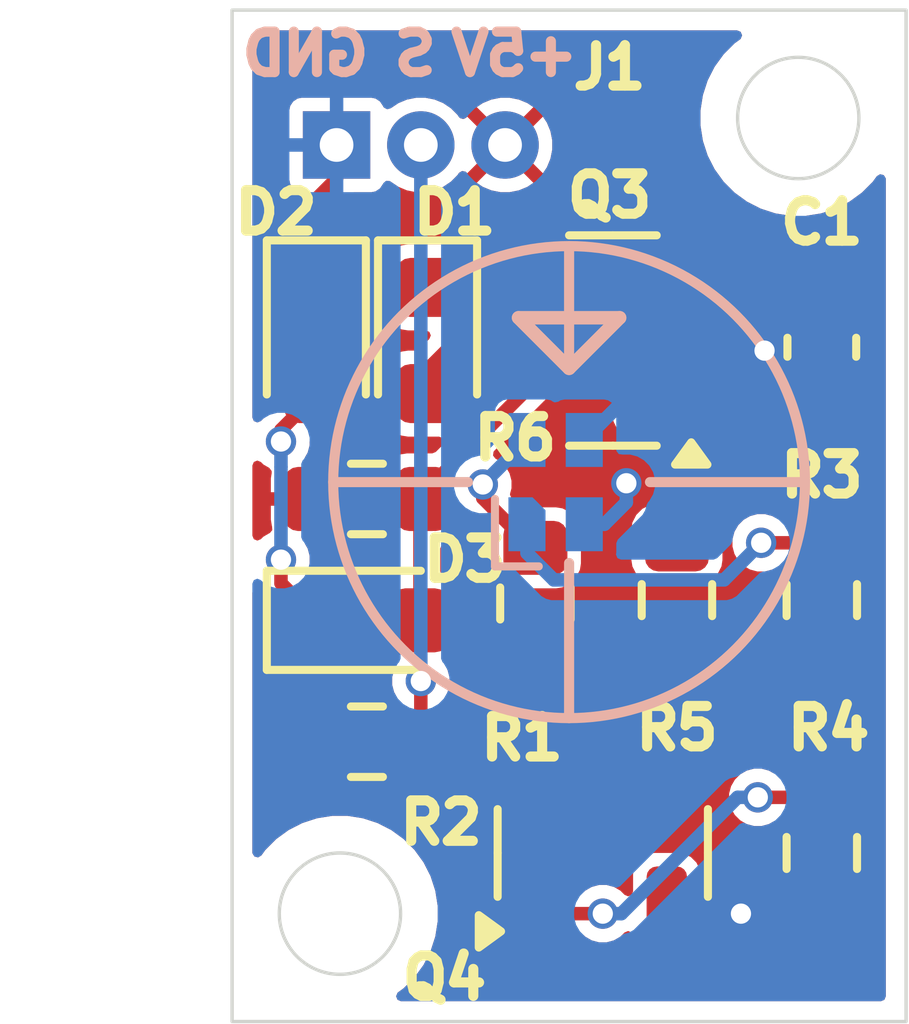
<source format=kicad_pcb>
(kicad_pcb (version 20241229) (generator "pcbnew") (generator_version "9.0")
  (title_block (title "MLFR_Sensor") (company "www.prototypefive.com") (comment 1 "CERN-OHL-S-2.0"))
  (layers (0 "F.Cu" signal) (2 "B.Cu" signal) (13 "F.Paste" user) (15 "B.Paste" user) (5 "F.SilkS" user "F.Silkscreen") (7 "B.SilkS" user "B.Silkscreen") (1 "F.Mask" user) (3 "B.Mask" user) (25 "Edge.Cuts" user))
  (net 0 "")
  (net 1 "+5V")
  (net 2 "Net-(D1-A)")
  (net 3 "OUT")
  (net 4 "GND")
  (net 5 "Net-(Q3-B)")
  (net 6 "Net-(D2-A)")
  (net 7 "Net-(Q4-B)")
  (net 8 "EMIT")
  (net 9 "Net-(D3-A)")
  (net 10 "Net-(VCNT1-VCSEL_A)")
  (footprint "Resistor_SMD:R_0603_1608Metric" (layer "F.Cu") (at 65 92.25)
    (property "Reference" "R6" (at 2.2 -0.9 180) (layer "F.SilkS") (effects (font (size 0.6 0.6) (thickness 0.15) (bold yes))))
    (property "Value" "330")
    (fp_line (start -0.237258 -0.5225) (end 0.237258 -0.5225) (stroke (width 0.12)) (layer "F.SilkS"))
    (fp_line (start -0.237258 0.5225) (end 0.237258 0.5225) (stroke (width 0.12)) (layer "F.SilkS"))
    (pad "1" smd roundrect (at -0.825 0) (size 0.8 0.95) (layers "F.Cu" "F.Mask" "F.Paste") (net 1 "+5V"))
    (pad "2" smd roundrect (at 0.825 0) (size 0.8 0.95) (layers "F.Cu" "F.Mask" "F.Paste") (net 9 "Net-(D3-A)"))
  )
  (footprint "Resistor_SMD:R_0603_1608Metric" (layer "F.Cu") (at 65 95.85)
    (property "Reference" "R2" (at 1.1 1.2 180) (layer "F.SilkS") (effects (font (size 0.6 0.6) (thickness 0.15) (bold yes))))
    (property "Value" "1k")
    (fp_line (start -0.237258 -0.5225) (end 0.237258 -0.5225) (stroke (width 0.12)) (layer "F.SilkS"))
    (fp_line (start -0.237258 0.5225) (end 0.237258 0.5225) (stroke (width 0.12)) (layer "F.SilkS"))
    (pad "1" smd roundrect (at -0.825 0) (size 0.8 0.95) (layers "F.Cu" "F.Mask" "F.Paste") (net 1 "+5V"))
    (pad "2" smd roundrect (at 0.825 0) (size 0.8 0.95) (layers "F.Cu" "F.Mask" "F.Paste") (net 3 "OUT"))
  )
  (footprint "Resistor_SMD:R_0603_1608Metric" (layer "F.Cu") (at 71.75 97.5 -90)
    (property "Reference" "R4" (at -1.85 -0.1 180) (layer "F.SilkS") (effects (font (size 0.6 0.6) (thickness 0.15) (bold yes))))
    (property "Value" "4.7k")
    (fp_line (start -0.237258 0.5225) (end 0.237258 0.5225) (stroke (width 0.12)) (layer "F.SilkS"))
    (fp_line (start -0.237258 -0.5225) (end 0.237258 -0.5225) (stroke (width 0.12)) (layer "F.SilkS"))
    (pad "1" smd roundrect (at -0.825 0 270) (size 0.8 0.95) (layers "F.Cu" "F.Mask" "F.Paste") (net 7 "Net-(Q4-B)"))
    (pad "2" smd roundrect (at 0.825 0 270) (size 0.8 0.95) (layers "F.Cu" "F.Mask" "F.Paste") (net 4 "GND"))
  )
  (footprint "Package_TO_SOT_SMD:SOT-23" (layer "F.Cu") (at 68.5 97.5 90)
    (property "Reference" "Q4" (at -1.85 -2.35 0) (layer "F.SilkS") (effects (font (size 0.6 0.6) (thickness 0.15) (bold yes))))
    (property "Value" "BC847")
    (fp_line (start 0 -1.56) (end 0.65 -1.56) (stroke (width 0.12)) (layer "F.SilkS"))
    (fp_line (start 0 -1.56) (end -0.65 -1.56) (stroke (width 0.12)) (layer "F.SilkS"))
    (fp_line (start 0 1.56) (end 0.65 1.56) (stroke (width 0.12)) (layer "F.SilkS"))
    (fp_line (start 0 1.56) (end -0.65 1.56) (stroke (width 0.12)) (layer "F.SilkS"))
    (fp_poly (pts (xy -1.1625 -1.51) (xy -1.4025 -1.84) (xy -0.9225 -1.84)) (stroke (width 0.12)) (fill yes) (layer "F.SilkS"))
    (pad "1" smd roundrect (at -0.9375 -0.95 90) (size 1.475 0.6) (layers "F.Cu" "F.Mask" "F.Paste") (net 7 "Net-(Q4-B)"))
    (pad "2" smd roundrect (at -0.9375 0.95 90) (size 1.475 0.6) (layers "F.Cu" "F.Mask" "F.Paste") (net 4 "GND"))
    (pad "3" smd roundrect (at 0.9375 0 90) (size 1.475 0.6) (layers "F.Cu" "F.Mask" "F.Paste") (net 3 "OUT"))
  )
  (footprint "LED_SMD:LED_0603_1608Metric" (layer "F.Cu") (at 65.9 89.9 -90)
    (property "Reference" "D1" (at -1.9 -0.4 180) (layer "F.SilkS") (effects (font (size 0.6 0.6) (thickness 0.15) (bold yes))))
    (property "Value" "LED_R")
    (fp_line (start -1.485 0.735) (end 0.8 0.735) (stroke (width 0.12)) (layer "F.SilkS"))
    (fp_line (start -1.485 -0.735) (end -1.485 0.735) (stroke (width 0.12)) (layer "F.SilkS"))
    (fp_line (start 0.8 -0.735) (end -1.485 -0.735) (stroke (width 0.12)) (layer "F.SilkS"))
    (pad "1" smd roundrect (at -0.7875 0 270) (size 0.875 0.95) (layers "F.Cu" "F.Mask" "F.Paste") (net 4 "GND"))
    (pad "2" smd roundrect (at 0.7875 0 270) (size 0.875 0.95) (layers "F.Cu" "F.Mask" "F.Paste") (net 2 "Net-(D1-A)"))
  )
  (footprint "Resistor_SMD:R_0603_1608Metric" (layer "F.Cu") (at 67.5 93.8 -90)
    (property "Reference" "R1" (at 2 0.2 180) (layer "F.SilkS") (effects (font (size 0.6 0.6) (thickness 0.15) (bold yes))))
    (property "Value" "560")
    (fp_line (start -0.237258 0.5225) (end 0.237258 0.5225) (stroke (width 0.12)) (layer "F.SilkS"))
    (fp_line (start -0.237258 -0.5225) (end 0.237258 -0.5225) (stroke (width 0.12)) (layer "F.SilkS"))
    (pad "1" smd roundrect (at -0.825 0 270) (size 0.8 0.95) (layers "F.Cu" "F.Mask" "F.Paste") (net 10 "Net-(VCNT1-VCSEL_A)"))
    (pad "2" smd roundrect (at 0.825 0 270) (size 0.8 0.95) (layers "F.Cu" "F.Mask" "F.Paste") (net 1 "+5V"))
  )
  (footprint "Diode_SMD:D_0603_1608Metric" (layer "F.Cu") (at 65 94.05)
    (property "Reference" "D3" (at 1.45 -0.9 0) (layer "F.SilkS") (effects (font (size 0.6 0.6) (thickness 0.15) (bold yes))))
    (property "Value" "TS4148")
    (fp_line (start -1.485 -0.735) (end -1.485 0.735) (stroke (width 0.12)) (layer "F.SilkS"))
    (fp_line (start -1.485 0.735) (end 0.8 0.735) (stroke (width 0.12)) (layer "F.SilkS"))
    (fp_line (start 0.8 -0.735) (end -1.485 -0.735) (stroke (width 0.12)) (layer "F.SilkS"))
    (pad "1" smd roundrect (at -0.7875 0) (size 0.875 0.95) (layers "F.Cu" "F.Mask" "F.Paste") (net 6 "Net-(D2-A)"))
    (pad "2" smd roundrect (at 0.7875 0) (size 0.875 0.95) (layers "F.Cu" "F.Mask" "F.Paste") (net 9 "Net-(D3-A)"))
  )
  (footprint "Resistor_SMD:R_0603_1608Metric" (layer "F.Cu") (at 71.75 93.75 -90)
    (property "Reference" "R3" (at -1.85 0 180) (layer "F.SilkS") (effects (font (size 0.6 0.6) (thickness 0.15) (bold yes))))
    (property "Value" "10k")
    (fp_line (start -0.237258 0.5225) (end 0.237258 0.5225) (stroke (width 0.12)) (layer "F.SilkS"))
    (fp_line (start -0.237258 -0.5225) (end 0.237258 -0.5225) (stroke (width 0.12)) (layer "F.SilkS"))
    (pad "1" smd roundrect (at -0.825 0 270) (size 0.8 0.95) (layers "F.Cu" "F.Mask" "F.Paste") (net 8 "EMIT"))
    (pad "2" smd roundrect (at 0.825 0 270) (size 0.8 0.95) (layers "F.Cu" "F.Mask" "F.Paste") (net 7 "Net-(Q4-B)"))
  )
  (footprint "Package_TO_SOT_SMD:SOT-23" (layer "F.Cu") (at 68.65 89.9 180)
    (property "Reference" "Q3" (at 0.05 2.15 180) (layer "F.SilkS") (effects (font (size 0.6 0.6) (thickness 0.15) (bold yes))))
    (property "Value" "BC847")
    (fp_line (start 0 1.56) (end 0.65 1.56) (stroke (width 0.12)) (layer "F.SilkS"))
    (fp_line (start 0 1.56) (end -0.65 1.56) (stroke (width 0.12)) (layer "F.SilkS"))
    (fp_line (start 0 -1.56) (end 0.65 -1.56) (stroke (width 0.12)) (layer "F.SilkS"))
    (fp_line (start 0 -1.56) (end -0.65 -1.56) (stroke (width 0.12)) (layer "F.SilkS"))
    (fp_poly (pts (xy -1.1625 -1.51) (xy -1.4025 -1.84) (xy -0.9225 -1.84)) (stroke (width 0.12)) (fill yes) (layer "F.SilkS"))
    (pad "1" smd roundrect (at -0.9375 -0.95 180) (size 1.475 0.6) (layers "F.Cu" "F.Mask" "F.Paste") (net 5 "Net-(Q3-B)"))
    (pad "2" smd roundrect (at -0.9375 0.95 180) (size 1.475 0.6) (layers "F.Cu" "F.Mask" "F.Paste") (net 2 "Net-(D1-A)"))
    (pad "3" smd roundrect (at 0.9375 0 180) (size 1.475 0.6) (layers "F.Cu" "F.Mask" "F.Paste") (net 9 "Net-(D3-A)"))
  )
  (footprint "LED_SMD:LED_0603_1608Metric" (layer "F.Cu") (at 64.25 89.9 -90)
    (property "Reference" "D2" (at -1.9 0.6 180) (layer "F.SilkS") (effects (font (size 0.6 0.6) (thickness 0.15) (bold yes))))
    (property "Value" "LED_G")
    (fp_line (start -1.485 0.735) (end 0.8 0.735) (stroke (width 0.12)) (layer "F.SilkS"))
    (fp_line (start -1.485 -0.735) (end -1.485 0.735) (stroke (width 0.12)) (layer "F.SilkS"))
    (fp_line (start 0.8 -0.735) (end -1.485 -0.735) (stroke (width 0.12)) (layer "F.SilkS"))
    (pad "1" smd roundrect (at -0.7875 0 270) (size 0.875 0.95) (layers "F.Cu" "F.Mask" "F.Paste") (net 4 "GND"))
    (pad "2" smd roundrect (at 0.7875 0 270) (size 0.875 0.95) (layers "F.Cu" "F.Mask" "F.Paste") (net 6 "Net-(D2-A)"))
  )
  (footprint "Resistor_SMD:R_0603_1608Metric" (layer "F.Cu") (at 69.6 93.75 90)
    (property "Reference" "R5" (at -1.9 0 180) (layer "F.SilkS") (effects (font (size 0.6 0.6) (thickness 0.15) (bold yes))))
    (property "Value" "10k")
    (fp_line (start -0.237258 -0.5225) (end 0.237258 -0.5225) (stroke (width 0.12)) (layer "F.SilkS"))
    (fp_line (start -0.237258 0.5225) (end 0.237258 0.5225) (stroke (width 0.12)) (layer "F.SilkS"))
    (pad "1" smd roundrect (at -0.825 0 90) (size 0.8 0.95) (layers "F.Cu" "F.Mask" "F.Paste") (net 3 "OUT"))
    (pad "2" smd roundrect (at 0.825 0 90) (size 0.8 0.95) (layers "F.Cu" "F.Mask" "F.Paste") (net 5 "Net-(Q3-B)"))
  )
  (footprint "Library:Conn_3p_1.25mm" (layer "F.Cu") (at 65.8 87)
    (property "Reference" "J1" (at 2.8 -1.15 0) (layer "F.SilkS") (effects (font (size 0.6 0.6) (thickness 0.15) (bold yes))))
    (property "Value" "Conn_01x03_Pin")
    (pad "1" thru_hole rect (at -1.25 0) (size 1 1) (drill 0.5) (layers "*.Cu" "*.Mask") (net 4 "GND"))
    (pad "2" thru_hole circle (at 0 0) (size 1 1) (drill 0.5) (layers "*.Cu" "*.Mask") (net 3 "OUT"))
    (pad "3" thru_hole circle (at 1.25 0) (size 1 1) (drill 0.5) (layers "*.Cu" "*.Mask") (net 1 "+5V"))
  )
  (footprint "Capacitor_SMD:C_0603_1608Metric" (layer "F.Cu") (at 71.75 90 -90)
    (property "Reference" "C1" (at -1.85 0 180) (layer "F.SilkS") (effects (font (size 0.6 0.6) (thickness 0.15) (bold yes))))
    (property "Value" "22uF")
    (fp_line (start -0.14058 0.51) (end 0.14058 0.51) (stroke (width 0.12)) (layer "F.SilkS"))
    (fp_line (start -0.14058 -0.51) (end 0.14058 -0.51) (stroke (width 0.12)) (layer "F.SilkS"))
    (pad "1" smd roundrect (at -0.775 0 270) (size 0.9 0.95) (layers "F.Cu" "F.Mask" "F.Paste") (net 4 "GND"))
    (pad "2" smd roundrect (at 0.775 0 270) (size 0.9 0.95) (layers "F.Cu" "F.Mask" "F.Paste") (net 8 "EMIT"))
  )
  (footprint "Library:vcnt2030" (layer "B.Cu") (at 67.8 92 90)
    (property "Reference" "VCNT1" (hide yes))
    (property "Value" "~" (hide yes))
    (fp_line (start -1.25 -0.9) (end -0.25 -0.9) (stroke (width 0.12)) (layer "B.SilkS"))
    (fp_line (start -1.25 -0.25) (end -1.25 -0.9) (stroke (width 0.12)) (layer "B.SilkS"))
    (pad "1" smd roundrect (at -0.625 -0.425 90) (size 0.8 0.55) (layers "B.Cu" "B.Mask" "B.Paste") (roundrect_rratio 0) (chamfer_ratio 0.35) (chamfer bottom_right) (net 8 "EMIT"))
    (pad "2" smd rect (at 0.625 -0.425 90) (size 0.8 0.55) (layers "B.Cu" "B.Mask" "B.Paste") (net 10 "Net-(VCNT1-VCSEL_A)"))
    (pad "3" smd rect (at 0.625 0.425 90) (size 0.8 0.55) (layers "B.Cu" "B.Mask" "B.Paste") (net 4 "GND"))
    (pad "4" smd rect (at -0.625 0.425 90) (size 0.8 0.55) (layers "B.Cu" "B.Mask" "B.Paste") (net 1 "+5V"))
  )
  (gr_line (start 68 90.3125) (end 67.25 89.5625) (stroke (width 0.2)) (layer "B.SilkS"))
  (gr_line (start 68 88.5) (end 68 90.3) (stroke (width 0.15)) (layer "B.SilkS"))
  (gr_line (start 68.75 89.5625) (end 68 90.3125) (stroke (width 0.2)) (layer "B.SilkS"))
  (gr_circle (center 68 92) (end 70.474874 94.474874) (stroke (width 0.15)) (fill no) (layer "B.SilkS"))
  (gr_line (start 69.2 92) (end 71.5 92) (stroke (width 0.15)) (layer "B.SilkS"))
  (gr_line (start 66.5 92) (end 64.5 92) (stroke (width 0.15)) (layer "B.SilkS"))
  (gr_line (start 67.25 89.5625) (end 68.75 89.5625) (stroke (width 0.2)) (layer "B.SilkS"))
  (gr_line (start 68 93.2) (end 68 95.5) (stroke (width 0.15)) (layer "B.SilkS"))
  (gr_rect (start 63 85) (end 73 100) (stroke (width 0.05)) (fill no) (layer "Edge.Cuts"))
  (gr_circle (center 71.4 86.6) (end 72.3 86.6) (stroke (width 0.05)) (fill no) (layer "Edge.Cuts"))
  (gr_circle (center 64.6 98.4) (end 65.5 98.4) (stroke (width 0.05)) (fill no) (layer "Edge.Cuts"))
  (gr_text "+5V" (at 68.2 86 0) (layer "B.SilkS") (effects (font (size 0.6 0.6) (thickness 0.15) (bold yes)) (justify left bottom mirror)))
  (gr_text "GND" (at 65.1 86 0) (layer "B.SilkS") (effects (font (size 0.6 0.6) (thickness 0.15) (bold yes)) (justify left bottom mirror)))
  (gr_text "S\n" (at 66.1 86 0) (layer "B.SilkS") (effects (font (size 0.6 0.6) (thickness 0.15) (bold yes)) (justify left bottom mirror)))
  (via (at 68.849433 92.016915) (size 0.45) (drill 0.3) (layers "F.Cu" "B.Cu") (net 1))
  (segment (start 68.525 92.625) (end 68.425 92.625) (width 0.2) (layer "B.Cu") (net 1))
  (segment (start 68.849433 92.300567) (end 68.525 92.625) (width 0.2) (layer "B.Cu") (net 1))
  (segment (start 68.849433 92.016915) (end 68.849433 92.300567) (width 0.2) (layer "B.Cu") (net 1))
  (segment (start 69.5875 88.95) (end 67.278599 88.95) (width 0.2) (layer "F.Cu") (net 2))
  (segment (start 65.9 90.328599) (end 65.9 90.687501) (width 0.2) (layer "F.Cu") (net 2))
  (segment (start 67.278599 88.95) (end 65.9 90.328599) (width 0.2) (layer "F.Cu") (net 2))
  (segment (start 68.5 96.4) (end 69.6 95.3) (width 0.2) (layer "F.Cu") (net 3))
  (segment (start 65.825 96.025) (end 65.825 96.1) (width 0.2) (layer "F.Cu") (net 3))
  (segment (start 69.6 95.3) (end 69.6 94.575) (width 0.2) (layer "F.Cu") (net 3))
  (segment (start 67.375002 96.1) (end 67.837501 96.562499) (width 0.2) (layer "F.Cu") (net 3))
  (segment (start 65.825 96.1) (end 67.375002 96.1) (width 0.2) (layer "F.Cu") (net 3))
  (segment (start 65.8 94.95) (end 65.8 96) (width 0.2) (layer "F.Cu") (net 3))
  (segment (start 68.5 96.562499) (end 68.5 96.4) (width 0.2) (layer "F.Cu") (net 3))
  (segment (start 67.837501 96.562499) (end 68.5 96.562499) (width 0.2) (layer "F.Cu") (net 3))
  (segment (start 65.8 96) (end 65.825 96.025) (width 0.2) (layer "F.Cu") (net 3))
  (via (at 65.8 94.95) (size 0.45) (drill 0.3) (layers "F.Cu" "B.Cu") (net 3))
  (segment (start 65.8 94.95) (end 65.8 86.8) (width 0.2) (layer "B.Cu") (net 3))
  (segment (start 64.25 89.1125) (end 65.899999 89.1125) (width 0.2) (layer "F.Cu") (net 4))
  (segment (start 69.45 98.4375) (end 70.5125 98.4375) (width 0.2) (layer "F.Cu") (net 4))
  (segment (start 64.55 87.5) (end 64.55 86.8) (width 0.2) (layer "F.Cu") (net 4))
  (segment (start 64.25 89.1125) (end 64.25 87.8) (width 0.2) (layer "F.Cu") (net 4))
  (segment (start 71.725 89.225) (end 71.75 89.225) (width 0.2) (layer "F.Cu") (net 4))
  (segment (start 65.899999 89.1125) (end 65.9 89.112499) (width 0.2) (layer "F.Cu") (net 4))
  (segment (start 70.55 98.4) (end 71.675 98.4) (width 0.2) (layer "F.Cu") (net 4))
  (segment (start 64.25 87.8) (end 64.55 87.5) (width 0.2) (layer "F.Cu") (net 4))
  (segment (start 70.9 90.05) (end 71.725 89.225) (width 0.2) (layer "F.Cu") (net 4))
  (segment (start 71.675 98.4) (end 71.75 98.325) (width 0.2) (layer "F.Cu") (net 4))
  (segment (start 70.5125 98.4375) (end 70.55 98.4) (width 0.2) (layer "F.Cu") (net 4))
  (via (at 70.55 98.4) (size 0.45) (drill 0.3) (layers "F.Cu" "B.Cu") (net 4))
  (via (at 70.9 90.05) (size 0.45) (drill 0.3) (layers "F.Cu" "B.Cu") (net 4))
  (segment (start 69.5875 92.9125) (end 69.6 92.925) (width 0.2) (layer "F.Cu") (net 5))
  (segment (start 69.5875 90.85) (end 69.5875 92.9125) (width 0.2) (layer "F.Cu") (net 5))
  (segment (start 64.25 90.7) (end 64.25 90.6875) (width 0.2) (layer "F.Cu") (net 6))
  (segment (start 63.725 93.5) (end 64.2125 93.9875) (width 0.2) (layer "F.Cu") (net 6))
  (segment (start 64.2125 93.9875) (end 64.2125 94.25) (width 0.2) (layer "F.Cu") (net 6))
  (segment (start 63.724999 91.225001) (end 64.25 90.7) (width 0.2) (layer "F.Cu") (net 6))
  (segment (start 63.724999 91.397948) (end 63.724999 91.225001) (width 0.2) (layer "F.Cu") (net 6))
  (segment (start 63.725 93.15) (end 63.725 93.5) (width 0.2) (layer "F.Cu") (net 6))
  (via (at 63.725 93.15) (size 0.45) (drill 0.3) (layers "F.Cu" "B.Cu") (net 6))
  (via (at 63.724999 91.397948) (size 0.45) (drill 0.3) (layers "F.Cu" "B.Cu") (net 6))
  (segment (start 63.725 93.15) (end 63.725 91.775) (width 0.2) (layer "B.Cu") (net 6))
  (segment (start 63.724999 91.774999) (end 63.724999 91.397948) (width 0.2) (layer "B.Cu") (net 6))
  (segment (start 63.725 91.775) (end 63.724999 91.774999) (width 0.2) (layer "B.Cu") (net 6))
  (segment (start 67.5875 98.4) (end 67.55 98.4375) (width 0.2) (layer "F.Cu") (net 7))
  (segment (start 68.5 98.4) (end 67.5875 98.4) (width 0.2) (layer "F.Cu") (net 7))
  (segment (start 70.8 96.675) (end 71.75 96.675) (width 0.2) (layer "F.Cu") (net 7))
  (segment (start 71.75 96.675) (end 71.75 94.575) (width 0.2) (layer "F.Cu") (net 7))
  (via (at 70.8 96.675) (size 0.45) (drill 0.3) (layers "F.Cu" "B.Cu") (net 7))
  (via (at 68.5 98.4) (size 0.45) (drill 0.3) (layers "F.Cu" "B.Cu") (net 7))
  (segment (start 70.8 96.675) (end 70.5 96.675) (width 0.2) (layer "B.Cu") (net 7))
  (segment (start 68.775 98.4) (end 68.5 98.4) (width 0.2) (layer "B.Cu") (net 7))
  (segment (start 70.5 96.675) (end 68.775 98.4) (width 0.2) (layer "B.Cu") (net 7))
  (segment (start 70.85 92.9) (end 71.725 92.9) (width 0.2) (layer "F.Cu") (net 8))
  (segment (start 71.725 92.9) (end 71.75 92.925) (width 0.2) (layer "F.Cu") (net 8))
  (segment (start 71.75 90.775) (end 71.75 92.925) (width 0.2) (layer "F.Cu") (net 8))
  (via (at 70.85 92.9) (size 0.45) (drill 0.3) (layers "F.Cu" "B.Cu") (net 8))
  (segment (start 67.773 93.45) (end 67.375 93.052) (width 0.2) (layer "B.Cu") (net 8))
  (segment (start 70.85 92.9) (end 70.3 93.45) (width 0.2) (layer "B.Cu") (net 8))
  (segment (start 70.3 93.45) (end 67.773 93.45) (width 0.2) (layer "B.Cu") (net 8))
  (segment (start 67.375 93.052) (end 67.375 92.625) (width 0.2) (layer "B.Cu") (net 8))
  (segment (start 65.7875 94.25) (end 65.7875 92.2875) (width 0.2) (layer "F.Cu") (net 9))
  (segment (start 65.7875 92.2875) (end 65.825 92.25) (width 0.2) (layer "F.Cu") (net 9))
  (segment (start 65.825 92.175) (end 67.712499 90.287501) (width 0.2) (layer "F.Cu") (net 9))
  (segment (start 65.825 92.25) (end 65.825 92.175) (width 0.2) (layer "F.Cu") (net 9))
  (segment (start 67.712499 90.287501) (end 67.712499 89.9) (width 0.2) (layer "F.Cu") (net 9))
  (segment (start 66.719868 92.238508) (end 67.45636 92.975) (width 0.2) (layer "F.Cu") (net 10))
  (segment (start 66.719868 92.034934) (end 66.719868 92.238508) (width 0.2) (layer "F.Cu") (net 10))
  (segment (start 67.45636 92.975) (end 67.5 92.975) (width 0.2) (layer "F.Cu") (net 10))
  (via (at 66.719868 92.034934) (size 0.45) (drill 0.3) (layers "F.Cu" "B.Cu") (net 10))
  (segment (start 66.719868 92.030132) (end 67.375 91.375) (width 0.2) (layer "B.Cu") (net 10))
  (segment (start 66.719868 92.034934) (end 66.719868 92.030132) (width 0.2) (layer "B.Cu") (net 10))
  (zone (net 1) (net_name "+5V") (layer "F.Cu") (priority 1) (connect_pads (clearance 0.15)) (min_thickness 0.15) (fill yes (thermal_gap 0.2) (thermal_bridge_width 0.2))
    (polygon (pts (xy 73 85) (xy 73 100) (xy 63 100) (xy 63 85)))
  )
  (zone (net 4) (net_name "GND") (layer "B.Cu") (connect_pads (clearance 0.15)) (min_thickness 0.15) (fill yes (thermal_gap 0.2) (thermal_bridge_width 0.2))
    (polygon (pts (xy 73 85) (xy 73 100) (xy 63 100) (xy 63 85)))
  )
)
</source>
